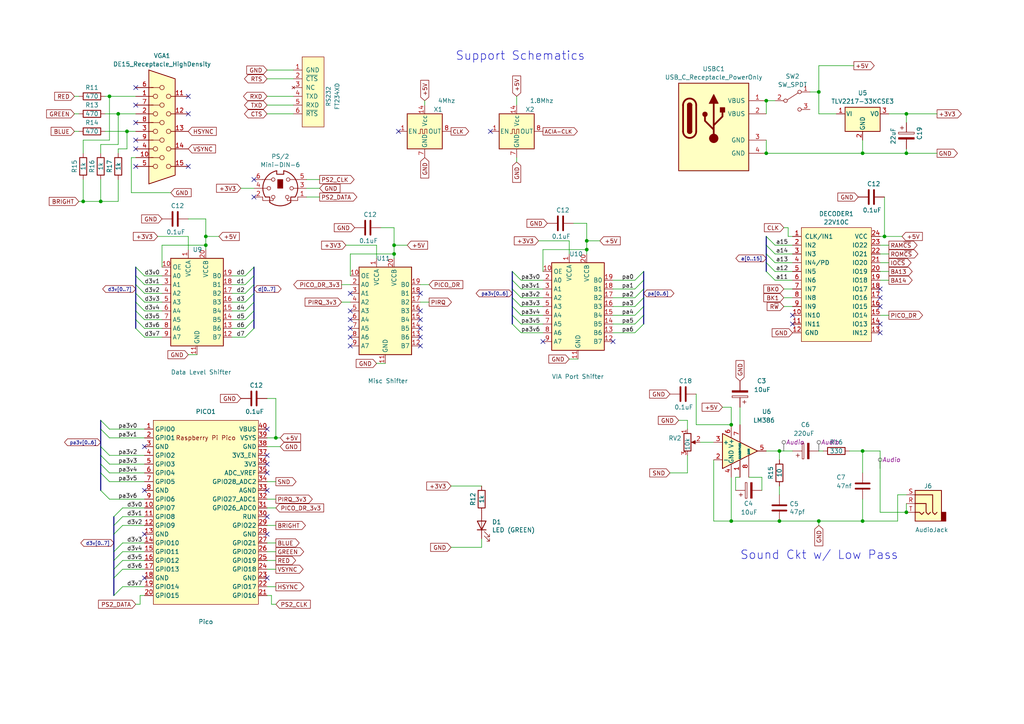
<source format=kicad_sch>
(kicad_sch (version 20230121) (generator eeschema)
  (paper "A4")
  (title_block (title "JJ65c02 Hobby Breadboard Computer") (comment 3 "Author: Jim Jagielski") (comment 4 "Support Circuits"))
  (junction (at 262.89 33.02))
  (junction (at 222.25 29.21))
  (junction (at 212.09 123.19))
  (junction (at 114.3 71.12))
  (junction (at 170.18 72.39))
  (junction (at 31.75 27.94))
  (junction (at 250.19 44.45))
  (junction (at 24.13 58.42))
  (junction (at 237.49 151.13))
  (junction (at 262.89 44.45))
  (junction (at 250.19 130.81))
  (junction (at 226.06 130.81))
  (junction (at 36.83 38.1))
  (junction (at 250.19 151.13))
  (junction (at 29.21 58.42))
  (junction (at 59.69 68.58))
  (junction (at 80.01 127))
  (junction (at 114.3 73.66))
  (junction (at 237.49 26.67))
  (junction (at 222.25 44.45))
  (junction (at 256.54 68.58))
  (junction (at 212.09 151.13))
  (junction (at 226.06 151.13))
  (junction (at 34.29 33.02))
  (junction (at 170.18 69.85))
  (junction (at 262.89 148.59))
  (junction (at 59.69 71.12))
  (no_connect (at 121.92 100.33))
  (no_connect (at 39.37 30.48))
  (no_connect (at 101.6 100.33))
  (no_connect (at 73.66 57.15))
  (no_connect (at 77.47 149.86))
  (no_connect (at 255.27 93.98))
  (no_connect (at 54.61 27.94))
  (no_connect (at 101.6 95.25))
  (no_connect (at 39.37 48.26))
  (no_connect (at 255.27 88.9))
  (no_connect (at 77.47 124.46))
  (no_connect (at 54.61 33.02))
  (no_connect (at 115.57 38.1))
  (no_connect (at 39.37 43.18))
  (no_connect (at 121.92 97.79))
  (no_connect (at 121.92 85.09))
  (no_connect (at 77.47 167.64))
  (no_connect (at 77.47 134.62))
  (no_connect (at 255.27 86.36))
  (no_connect (at 142.24 38.1))
  (no_connect (at 41.91 129.54))
  (no_connect (at 101.6 97.79))
  (no_connect (at 39.37 40.64))
  (no_connect (at 229.87 91.44))
  (no_connect (at 77.47 154.94))
  (no_connect (at 41.91 142.24))
  (no_connect (at 39.37 25.4))
  (no_connect (at 41.91 167.64))
  (no_connect (at 77.47 137.16))
  (no_connect (at 54.61 48.26))
  (no_connect (at 77.47 142.24))
  (no_connect (at 41.91 154.94))
  (no_connect (at 101.6 85.09))
  (no_connect (at 255.27 96.52))
  (no_connect (at 101.6 92.71))
  (no_connect (at 121.92 92.71))
  (no_connect (at 73.66 52.07))
  (no_connect (at 77.47 132.08))
  (no_connect (at 101.6 90.17))
  (no_connect (at 229.87 93.98))
  (no_connect (at 157.48 99.06))
  (no_connect (at 255.27 83.82))
  (no_connect (at 121.92 95.25))
  (no_connect (at 177.8 99.06))
  (no_connect (at 39.37 35.56))
  (no_connect (at 121.92 90.17))
  (bus_entry (at 29.21 134.62) (size 2.54 2.54))
  (bus_entry (at 73.66 82.55) (size -2.54 2.54))
  (bus_entry (at 29.21 129.54) (size 2.54 2.54))
  (bus_entry (at 35.56 165.1) (size -2.54 2.54))
  (bus_entry (at 186.69 83.82) (size -2.54 2.54))
  (bus_entry (at 73.66 77.47) (size -2.54 2.54))
  (bus_entry (at 29.21 137.16) (size 2.54 2.54))
  (bus_entry (at 35.56 152.4) (size -2.54 2.54))
  (bus_entry (at 29.21 121.92) (size 2.54 2.54))
  (bus_entry (at 39.37 95.25) (size 2.54 2.54))
  (bus_entry (at 29.21 132.08) (size 2.54 2.54))
  (bus_entry (at 222.25 71.12) (size 2.54 2.54))
  (bus_entry (at 73.66 80.01) (size -2.54 2.54))
  (bus_entry (at 148.59 93.98) (size 2.54 2.54))
  (bus_entry (at 186.69 78.74) (size -2.54 2.54))
  (bus_entry (at 222.25 73.66) (size 2.54 2.54))
  (bus_entry (at 35.56 170.18) (size -2.54 2.54))
  (bus_entry (at 73.66 90.17) (size -2.54 2.54))
  (bus_entry (at 39.37 77.47) (size 2.54 2.54))
  (bus_entry (at 148.59 91.44) (size 2.54 2.54))
  (bus_entry (at 73.66 95.25) (size -2.54 2.54))
  (bus_entry (at 35.56 157.48) (size -2.54 2.54))
  (bus_entry (at 35.56 149.86) (size -2.54 2.54))
  (bus_entry (at 39.37 87.63) (size 2.54 2.54))
  (bus_entry (at 39.37 82.55) (size 2.54 2.54))
  (bus_entry (at 186.69 93.98) (size -2.54 2.54))
  (bus_entry (at 29.21 142.24) (size 2.54 2.54))
  (bus_entry (at 29.21 124.46) (size 2.54 2.54))
  (bus_entry (at 222.25 76.2) (size 2.54 2.54))
  (bus_entry (at 148.59 88.9) (size 2.54 2.54))
  (bus_entry (at 148.59 83.82) (size 2.54 2.54))
  (bus_entry (at 186.69 91.44) (size -2.54 2.54))
  (bus_entry (at 35.56 147.32) (size -2.54 2.54))
  (bus_entry (at 222.25 78.74) (size 2.54 2.54))
  (bus_entry (at 35.56 160.02) (size -2.54 2.54))
  (bus_entry (at 186.69 88.9) (size -2.54 2.54))
  (bus_entry (at 73.66 85.09) (size -2.54 2.54))
  (bus_entry (at 73.66 92.71) (size -2.54 2.54))
  (bus_entry (at 39.37 92.71) (size 2.54 2.54))
  (bus_entry (at 186.69 86.36) (size -2.54 2.54))
  (bus_entry (at 148.59 86.36) (size 2.54 2.54))
  (bus_entry (at 73.66 87.63) (size -2.54 2.54))
  (bus_entry (at 39.37 90.17) (size 2.54 2.54))
  (bus_entry (at 35.56 162.56) (size -2.54 2.54))
  (bus_entry (at 222.25 68.58) (size 2.54 2.54))
  (bus_entry (at 148.59 78.74) (size 2.54 2.54))
  (bus_entry (at 186.69 81.28) (size -2.54 2.54))
  (bus_entry (at 148.59 81.28) (size 2.54 2.54))
  (bus_entry (at 39.37 85.09) (size 2.54 2.54))
  (bus_entry (at 39.37 80.01) (size 2.54 2.54))
  (wire (pts (xy 201.93 123.19) (xy 201.93 114.3)))
  (bus (pts (xy 39.37 92.71) (xy 39.37 95.25)))
  (wire (pts (xy 31.75 134.62) (xy 41.91 134.62)))
  (wire (pts (xy 59.69 68.58) (xy 59.69 71.12)))
  (bus (pts (xy 33.02 162.56) (xy 33.02 165.1)))
  (bus (pts (xy 186.69 78.74) (xy 186.69 81.28)))
  (wire (pts (xy 31.75 132.08) (xy 41.91 132.08)))
  (wire (pts (xy 121.92 82.55) (xy 124.46 82.55)))
  (wire (pts (xy 222.25 29.21) (xy 222.25 33.02)))
  (bus (pts (xy 148.59 88.9) (xy 148.59 91.44)))
  (wire (pts (xy 38.1 55.88) (xy 38.1 45.72)))
  (wire (pts (xy 209.55 118.11) (xy 212.09 118.11)))
  (wire (pts (xy 46.99 95.25) (xy 41.91 95.25)))
  (bus (pts (xy 39.37 80.01) (xy 39.37 82.55)))
  (wire (pts (xy 114.3 71.12) (xy 118.11 71.12)))
  (wire (pts (xy 237.49 26.67) (xy 237.49 33.02)))
  (bus (pts (xy 73.66 77.47) (xy 73.66 80.01)))
  (wire (pts (xy 80.01 127) (xy 81.28 127)))
  (wire (pts (xy 177.8 88.9) (xy 184.15 88.9)))
  (wire (pts (xy 71.12 95.25) (xy 67.31 95.25)))
  (wire (pts (xy 31.75 127) (xy 41.91 127)))
  (wire (pts (xy 228.6 66.04) (xy 228.6 68.58)))
  (wire (pts (xy 170.18 72.39) (xy 170.18 73.66)))
  (wire (pts (xy 39.37 175.26) (xy 40.64 175.26)))
  (wire (pts (xy 262.89 33.02) (xy 262.89 35.56)))
  (wire (pts (xy 21.59 33.02) (xy 22.86 33.02)))
  (bus (pts (xy 29.21 129.54) (xy 29.21 132.08)))
  (wire (pts (xy 34.29 43.18) (xy 36.83 43.18)))
  (wire (pts (xy 114.3 66.04) (xy 114.3 71.12)))
  (wire (pts (xy 63.5 68.58) (xy 59.69 68.58)))
  (wire (pts (xy 34.29 44.45) (xy 34.29 43.18)))
  (wire (pts (xy 262.89 44.45) (xy 250.19 44.45)))
  (wire (pts (xy 46.99 85.09) (xy 41.91 85.09)))
  (bus (pts (xy 39.37 87.63) (xy 39.37 90.17)))
  (bus (pts (xy 73.66 80.01) (xy 73.66 82.55)))
  (wire (pts (xy 130.81 158.75) (xy 139.7 158.75)))
  (wire (pts (xy 213.36 138.43) (xy 213.36 142.24)))
  (bus (pts (xy 33.02 149.86) (xy 33.02 152.4)))
  (bus (pts (xy 33.02 167.64) (xy 33.02 172.72)))
  (wire (pts (xy 54.61 102.87) (xy 57.15 102.87)))
  (wire (pts (xy 227.33 88.9) (xy 229.87 88.9)))
  (wire (pts (xy 35.56 157.48) (xy 41.91 157.48)))
  (bus (pts (xy 222.25 73.66) (xy 222.25 76.2)))
  (wire (pts (xy 199.39 121.92) (xy 199.39 124.46)))
  (wire (pts (xy 214.63 118.11) (xy 214.63 123.19)))
  (wire (pts (xy 237.49 152.4) (xy 237.49 151.13)))
  (wire (pts (xy 78.74 175.26) (xy 80.01 175.26)))
  (wire (pts (xy 255.27 71.12) (xy 257.81 71.12)))
  (wire (pts (xy 177.8 91.44) (xy 184.15 91.44)))
  (wire (pts (xy 114.3 71.12) (xy 114.3 73.66)))
  (wire (pts (xy 256.54 68.58) (xy 255.27 68.58)))
  (wire (pts (xy 35.56 152.4) (xy 41.91 152.4)))
  (wire (pts (xy 177.8 83.82) (xy 184.15 83.82)))
  (bus (pts (xy 148.59 83.82) (xy 148.59 86.36)))
  (wire (pts (xy 177.8 86.36) (xy 184.15 86.36)))
  (wire (pts (xy 224.79 71.12) (xy 229.87 71.12)))
  (wire (pts (xy 29.21 44.45) (xy 29.21 41.91)))
  (wire (pts (xy 271.78 44.45) (xy 262.89 44.45)))
  (wire (pts (xy 77.47 115.57) (xy 80.01 115.57)))
  (wire (pts (xy 177.8 81.28) (xy 184.15 81.28)))
  (wire (pts (xy 46.99 77.47) (xy 46.99 71.12)))
  (wire (pts (xy 222.25 44.45) (xy 250.19 44.45)))
  (wire (pts (xy 151.13 88.9) (xy 157.48 88.9)))
  (wire (pts (xy 114.3 73.66) (xy 114.3 74.93)))
  (wire (pts (xy 234.95 26.67) (xy 237.49 26.67)))
  (wire (pts (xy 151.13 86.36) (xy 157.48 86.36)))
  (wire (pts (xy 31.75 144.78) (xy 41.91 144.78)))
  (wire (pts (xy 46.99 71.12) (xy 59.69 71.12)))
  (wire (pts (xy 109.22 74.93) (xy 109.22 71.12)))
  (wire (pts (xy 149.86 45.72) (xy 149.86 46.99)))
  (bus (pts (xy 29.21 121.92) (xy 29.21 124.46)))
  (bus (pts (xy 73.66 82.55) (xy 73.66 85.09)))
  (wire (pts (xy 46.99 92.71) (xy 41.91 92.71)))
  (wire (pts (xy 246.38 130.81) (xy 250.19 130.81)))
  (wire (pts (xy 237.49 130.81) (xy 238.76 130.81)))
  (wire (pts (xy 257.81 33.02) (xy 262.89 33.02)))
  (wire (pts (xy 255.27 78.74) (xy 257.81 78.74)))
  (wire (pts (xy 77.47 160.02) (xy 80.01 160.02)))
  (wire (pts (xy 30.48 38.1) (xy 36.83 38.1)))
  (wire (pts (xy 149.86 27.94) (xy 149.86 30.48)))
  (wire (pts (xy 250.19 144.78) (xy 250.19 151.13)))
  (wire (pts (xy 71.12 90.17) (xy 67.31 90.17)))
  (wire (pts (xy 207.01 151.13) (xy 207.01 133.35)))
  (wire (pts (xy 151.13 91.44) (xy 157.48 91.44)))
  (bus (pts (xy 29.21 134.62) (xy 29.21 137.16)))
  (bus (pts (xy 148.59 91.44) (xy 148.59 93.98)))
  (wire (pts (xy 38.1 45.72) (xy 39.37 45.72)))
  (wire (pts (xy 224.79 73.66) (xy 229.87 73.66)))
  (wire (pts (xy 226.06 133.35) (xy 226.06 130.81)))
  (wire (pts (xy 262.89 143.51) (xy 260.35 143.51)))
  (wire (pts (xy 31.75 27.94) (xy 30.48 27.94)))
  (wire (pts (xy 250.19 40.64) (xy 250.19 44.45)))
  (wire (pts (xy 262.89 43.18) (xy 262.89 44.45)))
  (wire (pts (xy 46.99 82.55) (xy 41.91 82.55)))
  (wire (pts (xy 99.06 82.55) (xy 101.6 82.55)))
  (wire (pts (xy 77.47 127) (xy 80.01 127)))
  (wire (pts (xy 77.47 165.1) (xy 80.01 165.1)))
  (wire (pts (xy 31.75 40.64) (xy 31.75 27.94)))
  (wire (pts (xy 54.61 63.5) (xy 59.69 63.5)))
  (wire (pts (xy 35.56 162.56) (xy 41.91 162.56)))
  (wire (pts (xy 34.29 58.42) (xy 29.21 58.42)))
  (wire (pts (xy 77.47 144.78) (xy 80.01 144.78)))
  (wire (pts (xy 151.13 96.52) (xy 157.48 96.52)))
  (wire (pts (xy 54.61 72.39) (xy 54.61 68.58)))
  (wire (pts (xy 224.79 76.2) (xy 229.87 76.2)))
  (wire (pts (xy 237.49 151.13) (xy 250.19 151.13)))
  (bus (pts (xy 39.37 77.47) (xy 39.37 80.01)))
  (wire (pts (xy 77.47 157.48) (xy 80.01 157.48)))
  (wire (pts (xy 77.47 129.54) (xy 81.28 129.54)))
  (bus (pts (xy 222.25 71.12) (xy 222.25 73.66)))
  (wire (pts (xy 226.06 151.13) (xy 237.49 151.13)))
  (wire (pts (xy 22.86 58.42) (xy 24.13 58.42)))
  (bus (pts (xy 29.21 132.08) (xy 29.21 134.62)))
  (wire (pts (xy 29.21 41.91) (xy 34.29 41.91)))
  (wire (pts (xy 35.56 149.86) (xy 41.91 149.86)))
  (wire (pts (xy 151.13 93.98) (xy 157.48 93.98)))
  (bus (pts (xy 33.02 152.4) (xy 33.02 154.94)))
  (wire (pts (xy 24.13 44.45) (xy 24.13 40.64)))
  (wire (pts (xy 262.89 148.59) (xy 255.27 148.59)))
  (bus (pts (xy 29.21 137.16) (xy 29.21 142.24)))
  (bus (pts (xy 186.69 81.28) (xy 186.69 83.82)))
  (wire (pts (xy 226.06 151.13) (xy 212.09 151.13)))
  (wire (pts (xy 101.6 73.66) (xy 114.3 73.66)))
  (wire (pts (xy 35.56 170.18) (xy 41.91 170.18)))
  (bus (pts (xy 29.21 124.46) (xy 29.21 129.54)))
  (wire (pts (xy 35.56 160.02) (xy 41.91 160.02)))
  (wire (pts (xy 34.29 52.07) (xy 34.29 58.42)))
  (wire (pts (xy 59.69 71.12) (xy 59.69 72.39)))
  (wire (pts (xy 110.49 66.04) (xy 114.3 66.04)))
  (wire (pts (xy 29.21 52.07) (xy 29.21 58.42)))
  (wire (pts (xy 151.13 81.28) (xy 157.48 81.28)))
  (wire (pts (xy 101.6 80.01) (xy 101.6 73.66)))
  (bus (pts (xy 186.69 86.36) (xy 186.69 88.9)))
  (bus (pts (xy 73.66 87.63) (xy 73.66 90.17)))
  (wire (pts (xy 71.12 87.63) (xy 67.31 87.63)))
  (wire (pts (xy 36.83 43.18) (xy 36.83 38.1)))
  (bus (pts (xy 33.02 160.02) (xy 33.02 162.56)))
  (wire (pts (xy 130.81 140.97) (xy 139.7 140.97)))
  (wire (pts (xy 67.31 92.71) (xy 71.12 92.71)))
  (wire (pts (xy 77.47 20.32) (xy 85.09 20.32)))
  (wire (pts (xy 77.47 33.02) (xy 85.09 33.02)))
  (bus (pts (xy 222.25 68.58) (xy 222.25 71.12)))
  (wire (pts (xy 227.33 83.82) (xy 229.87 83.82)))
  (wire (pts (xy 255.27 91.44) (xy 257.81 91.44)))
  (wire (pts (xy 177.8 96.52) (xy 184.15 96.52)))
  (wire (pts (xy 170.18 64.77) (xy 170.18 69.85)))
  (wire (pts (xy 222.25 40.64) (xy 222.25 44.45)))
  (wire (pts (xy 40.64 172.72) (xy 40.64 175.26)))
  (wire (pts (xy 34.29 33.02) (xy 39.37 33.02)))
  (wire (pts (xy 222.25 29.21) (xy 224.79 29.21)))
  (wire (pts (xy 139.7 158.75) (xy 139.7 156.21)))
  (wire (pts (xy 36.83 38.1) (xy 39.37 38.1)))
  (wire (pts (xy 157.48 78.74) (xy 157.48 72.39)))
  (wire (pts (xy 41.91 172.72) (xy 40.64 172.72)))
  (wire (pts (xy 237.49 19.05) (xy 247.65 19.05)))
  (wire (pts (xy 212.09 138.43) (xy 212.09 151.13)))
  (wire (pts (xy 227.33 66.04) (xy 228.6 66.04)))
  (wire (pts (xy 260.35 143.51) (xy 260.35 151.13)))
  (wire (pts (xy 260.35 151.13) (xy 250.19 151.13)))
  (wire (pts (xy 46.99 97.79) (xy 41.91 97.79)))
  (bus (pts (xy 148.59 78.74) (xy 148.59 81.28)))
  (wire (pts (xy 34.29 33.02) (xy 34.29 41.91)))
  (wire (pts (xy 250.19 137.16) (xy 250.19 130.81)))
  (wire (pts (xy 224.79 78.74) (xy 229.87 78.74)))
  (wire (pts (xy 45.72 68.58) (xy 54.61 68.58)))
  (wire (pts (xy 237.49 33.02) (xy 242.57 33.02)))
  (wire (pts (xy 21.59 38.1) (xy 22.86 38.1)))
  (wire (pts (xy 123.19 29.21) (xy 123.19 30.48)))
  (wire (pts (xy 77.47 139.7) (xy 80.01 139.7)))
  (wire (pts (xy 30.48 33.02) (xy 34.29 33.02)))
  (bus (pts (xy 148.59 81.28) (xy 148.59 83.82)))
  (wire (pts (xy 77.47 22.86) (xy 85.09 22.86)))
  (wire (pts (xy 151.13 83.82) (xy 157.48 83.82)))
  (wire (pts (xy 212.09 118.11) (xy 212.09 123.19)))
  (wire (pts (xy 165.1 73.66) (xy 165.1 69.85)))
  (wire (pts (xy 46.99 80.01) (xy 41.91 80.01)))
  (wire (pts (xy 199.39 132.08) (xy 199.39 137.16)))
  (wire (pts (xy 77.47 162.56) (xy 80.01 162.56)))
  (wire (pts (xy 165.1 104.14) (xy 167.64 104.14)))
  (wire (pts (xy 77.47 147.32) (xy 80.01 147.32)))
  (wire (pts (xy 255.27 73.66) (xy 257.81 73.66)))
  (wire (pts (xy 24.13 58.42) (xy 24.13 52.07)))
  (wire (pts (xy 262.89 33.02) (xy 271.78 33.02)))
  (wire (pts (xy 194.31 137.16) (xy 199.39 137.16)))
  (wire (pts (xy 157.48 72.39) (xy 170.18 72.39)))
  (bus (pts (xy 222.25 76.2) (xy 222.25 78.74)))
  (bus (pts (xy 73.66 92.71) (xy 73.66 95.25)))
  (wire (pts (xy 255.27 130.81) (xy 255.27 148.59)))
  (wire (pts (xy 77.47 170.18) (xy 80.01 170.18)))
  (wire (pts (xy 80.01 115.57) (xy 80.01 127)))
  (bus (pts (xy 39.37 85.09) (xy 39.37 87.63)))
  (wire (pts (xy 99.06 87.63) (xy 101.6 87.63)))
  (wire (pts (xy 256.54 57.15) (xy 256.54 68.58)))
  (wire (pts (xy 173.99 69.85) (xy 170.18 69.85)))
  (wire (pts (xy 262.89 146.05) (xy 262.89 148.59)))
  (wire (pts (xy 24.13 40.64) (xy 31.75 40.64)))
  (wire (pts (xy 77.47 152.4) (xy 80.01 152.4)))
  (bus (pts (xy 33.02 154.94) (xy 33.02 160.02)))
  (wire (pts (xy 212.09 151.13) (xy 207.01 151.13)))
  (wire (pts (xy 217.17 138.43) (xy 220.98 138.43)))
  (wire (pts (xy 59.69 63.5) (xy 59.69 68.58)))
  (wire (pts (xy 71.12 85.09) (xy 67.31 85.09)))
  (wire (pts (xy 100.33 71.12) (xy 109.22 71.12)))
  (wire (pts (xy 46.99 87.63) (xy 41.91 87.63)))
  (wire (pts (xy 69.85 54.61) (xy 73.66 54.61)))
  (wire (pts (xy 203.2 128.27) (xy 207.01 128.27)))
  (wire (pts (xy 222.25 130.81) (xy 226.06 130.81)))
  (wire (pts (xy 31.75 139.7) (xy 41.91 139.7)))
  (wire (pts (xy 77.47 172.72) (xy 78.74 172.72)))
  (wire (pts (xy 261.62 68.58) (xy 256.54 68.58)))
  (wire (pts (xy 31.75 27.94) (xy 39.37 27.94)))
  (wire (pts (xy 21.59 27.94) (xy 22.86 27.94)))
  (wire (pts (xy 46.99 90.17) (xy 41.91 90.17)))
  (wire (pts (xy 255.27 76.2) (xy 257.81 76.2)))
  (wire (pts (xy 35.56 165.1) (xy 41.91 165.1)))
  (wire (pts (xy 109.22 105.41) (xy 111.76 105.41)))
  (wire (pts (xy 31.75 124.46) (xy 41.91 124.46)))
  (wire (pts (xy 177.8 93.98) (xy 184.15 93.98)))
  (wire (pts (xy 212.09 123.19) (xy 201.93 123.19)))
  (bus (pts (xy 39.37 90.17) (xy 39.37 92.71)))
  (bus (pts (xy 73.66 85.09) (xy 73.66 87.63)))
  (bus (pts (xy 186.69 88.9) (xy 186.69 91.44)))
  (wire (pts (xy 71.12 80.01) (xy 67.31 80.01)))
  (bus (pts (xy 186.69 91.44) (xy 186.69 93.98)))
  (bus (pts (xy 33.02 165.1) (xy 33.02 167.64)))
  (wire (pts (xy 226.06 130.81) (xy 229.87 130.81)))
  (wire (pts (xy 35.56 147.32) (xy 41.91 147.32)))
  (wire (pts (xy 77.47 27.94) (xy 85.09 27.94)))
  (wire (pts (xy 255.27 81.28) (xy 257.81 81.28)))
  (wire (pts (xy 213.36 138.43) (xy 214.63 138.43)))
  (wire (pts (xy 31.75 137.16) (xy 41.91 137.16)))
  (wire (pts (xy 88.9 54.61) (xy 92.71 54.61)))
  (wire (pts (xy 237.49 19.05) (xy 237.49 26.67)))
  (wire (pts (xy 29.21 58.42) (xy 24.13 58.42)))
  (wire (pts (xy 227.33 86.36) (xy 229.87 86.36)))
  (wire (pts (xy 224.79 81.28) (xy 229.87 81.28)))
  (wire (pts (xy 121.92 87.63) (xy 124.46 87.63)))
  (wire (pts (xy 156.21 69.85) (xy 165.1 69.85)))
  (wire (pts (xy 250.19 130.81) (xy 255.27 130.81)))
  (wire (pts (xy 71.12 97.79) (xy 67.31 97.79)))
  (wire (pts (xy 77.47 30.48) (xy 85.09 30.48)))
  (wire (pts (xy 226.06 140.97) (xy 226.06 143.51)))
  (wire (pts (xy 220.98 138.43) (xy 220.98 142.24)))
  (bus (pts (xy 39.37 82.55) (xy 39.37 85.09)))
  (wire (pts (xy 71.12 82.55) (xy 67.31 82.55)))
  (wire (pts (xy 88.9 57.15) (xy 92.71 57.15)))
  (wire (pts (xy 49.53 55.88) (xy 38.1 55.88)))
  (wire (pts (xy 170.18 69.85) (xy 170.18 72.39)))
  (wire (pts (xy 78.74 172.72) (xy 78.74 175.26)))
  (wire (pts (xy 228.6 68.58) (xy 229.87 68.58)))
  (wire (pts (xy 199.39 121.92) (xy 196.85 121.92)))
  (wire (pts (xy 166.37 64.77) (xy 170.18 64.77)))
  (bus (pts (xy 186.69 83.82) (xy 186.69 86.36)))
  (wire (pts (xy 88.9 52.07) (xy 92.71 52.07)))
  (bus (pts (xy 73.66 90.17) (xy 73.66 92.71)))
  (bus (pts (xy 148.59 86.36) (xy 148.59 88.9)))
  (text "Support Schematics" (at 132.08 17.78 0) (effects (font (size 2.4892 2.4892)) (justify left bottom)))
  (text "Sound Ckt w/ Low Pass" (at 214.63 162.56 0) (effects (font (size 2.4892 2.4892)) (justify left bottom)))
  (label "d3v1" (at 41.91 82.55 0) (effects (font (size 1.1938 1.1938))))
  (label "a11" (at 228.6 81.28 180) (effects (font (size 1.1938 1.1938))))
  (label "pa3v0" (at 34.29 124.46 0) (effects (font (size 1.1938 1.1938))))
  (label "d6" (at 68.58 95.25 0) (effects (font (size 1.1938 1.1938))))
  (label "pa3v5" (at 151.13 93.98 0) (effects (font (size 1.1938 1.1938))))
  (label "pa6" (at 180.34 96.52 0) (effects (font (size 1.1938 1.1938))))
  (label "d3v5" (at 41.91 92.71 0) (effects (font (size 1.1938 1.1938))))
  (label "pa3v6" (at 34.29 144.78 0) (effects (font (size 1.1938 1.1938))))
  (label "a14" (at 228.6 73.66 180) (effects (font (size 1.1938 1.1938))))
  (label "pa3v3" (at 151.13 88.9 0) (effects (font (size 1.1938 1.1938))))
  (label "d3v3" (at 36.83 157.48 0) (effects (font (size 1.1938 1.1938))))
  (label "d4" (at 68.58 90.17 0) (effects (font (size 1.1938 1.1938))))
  (label "d3v3" (at 41.91 87.63 0) (effects (font (size 1.1938 1.1938))))
  (label "a12" (at 228.6 78.74 180) (effects (font (size 1.1938 1.1938))))
  (label "a13" (at 228.6 76.2 180) (effects (font (size 1.1938 1.1938))))
  (label "pa3v2" (at 34.29 132.08 0) (effects (font (size 1.1938 1.1938))))
  (label "pa4" (at 180.34 91.44 0) (effects (font (size 1.1938 1.1938))))
  (label "pa2" (at 180.34 86.36 0) (effects (font (size 1.1938 1.1938))))
  (label "d3v7" (at 36.83 170.18 0) (effects (font (size 1.1938 1.1938))))
  (label "d3v6" (at 41.91 95.25 0) (effects (font (size 1.1938 1.1938))))
  (label "d3v2" (at 36.83 152.4 0) (effects (font (size 1.1938 1.1938))))
  (label "d3v7" (at 41.91 97.79 0) (effects (font (size 1.1938 1.1938))))
  (label "pa3" (at 180.34 88.9 0) (effects (font (size 1.1938 1.1938))))
  (label "pa3v1" (at 34.29 127 0) (effects (font (size 1.1938 1.1938))))
  (label "pa3v4" (at 34.29 137.16 0) (effects (font (size 1.1938 1.1938))))
  (label "d3v5" (at 36.83 162.56 0) (effects (font (size 1.1938 1.1938))))
  (label "d1" (at 68.58 82.55 0) (effects (font (size 1.1938 1.1938))))
  (label "d3v0" (at 41.91 80.01 0) (effects (font (size 1.1938 1.1938))))
  (label "pa3v0" (at 151.13 81.28 0) (effects (font (size 1.1938 1.1938))))
  (label "d3v1" (at 36.83 149.86 0) (effects (font (size 1.1938 1.1938))))
  (label "pa3v2" (at 151.13 86.36 0) (effects (font (size 1.1938 1.1938))))
  (label "a15" (at 228.6 71.12 180) (effects (font (size 1.1938 1.1938))))
  (label "pa3v1" (at 151.13 83.82 0) (effects (font (size 1.1938 1.1938))))
  (label "pa1" (at 180.34 83.82 0) (effects (font (size 1.1938 1.1938))))
  (label "d2" (at 68.58 85.09 0) (effects (font (size 1.1938 1.1938))))
  (label "d3v4" (at 36.83 160.02 0) (effects (font (size 1.1938 1.1938))))
  (label "d3v4" (at 41.91 90.17 0) (effects (font (size 1.1938 1.1938))))
  (label "d3v2" (at 41.91 85.09 0) (effects (font (size 1.1938 1.1938))))
  (label "pa0" (at 180.34 81.28 0) (effects (font (size 1.1938 1.1938))))
  (label "pa3v3" (at 34.29 134.62 0) (effects (font (size 1.1938 1.1938))))
  (label "d7" (at 68.58 97.79 0) (effects (font (size 1.1938 1.1938))))
  (label "pa5" (at 180.34 93.98 0) (effects (font (size 1.1938 1.1938))))
  (label "d3" (at 68.58 87.63 0) (effects (font (size 1.1938 1.1938))))
  (label "pa3v5" (at 34.29 139.7 0) (effects (font (size 1.1938 1.1938))))
  (label "d5" (at 68.58 92.71 0) (effects (font (size 1.1938 1.1938))))
  (label "pa3v4" (at 151.13 91.44 0) (effects (font (size 1.1938 1.1938))))
  (label "d3v6" (at 36.83 165.1 0) (effects (font (size 1.1938 1.1938))))
  (label "pa3v6" (at 151.13 96.52 0) (effects (font (size 1.1938 1.1938))))
  (label "d0" (at 68.58 80.01 0) (effects (font (size 1.1938 1.1938))))
  (label "d3v0" (at 36.83 147.32 0) (effects (font (size 1.1938 1.1938))))
  (global_label "VSYNC" (shape input) (at 54.61 43.18 0) (effects (font (size 1.1938 1.1938))) (property "Intersheetrefs" "${INTERSHEET_REFS}" (effects hide)))
  (global_label "d3v[0..7]" (shape bidirectional) (at 39.37 83.82 180) (effects (font (size 1 1))) (property "Intersheetrefs" "${INTERSHEET_REFS}" (effects hide)))
  (global_label "HSYNC" (shape input) (at 54.61 38.1 0) (effects (font (size 1.1938 1.1938))) (property "Intersheetrefs" "${INTERSHEET_REFS}" (effects hide)))
  (global_label "BA14" (shape output) (at 257.81 81.28 0) (effects (font (size 1.1938 1.1938))) (property "Intersheetrefs" "${INTERSHEET_REFS}" (effects hide)))
  (global_label "GND" (shape input) (at 54.61 102.87 180) (effects (font (size 1.1938 1.1938))) (property "Intersheetrefs" "${INTERSHEET_REFS}" (effects hide)))
  (global_label "CLK" (shape input) (at 227.33 66.04 180) (effects (font (size 1.1938 1.1938))) (property "Intersheetrefs" "${INTERSHEET_REFS}" (effects hide)))
  (global_label "HSYNC" (shape output) (at 80.01 170.18 0) (effects (font (size 1.1938 1.1938))) (property "Intersheetrefs" "${INTERSHEET_REFS}" (effects hide)))
  (global_label "+5V" (shape input) (at 123.19 29.21 90) (effects (font (size 1.1938 1.1938))) (property "Intersheetrefs" "${INTERSHEET_REFS}" (effects hide)))
  (global_label "SND" (shape input) (at 194.31 137.16 180) (effects (font (size 1.1938 1.1938))) (property "Intersheetrefs" "${INTERSHEET_REFS}" (effects hide)))
  (global_label "d3v[0..7]" (shape bidirectional) (at 33.02 157.48 180) (effects (font (size 1 1))) (property "Intersheetrefs" "${INTERSHEET_REFS}" (effects hide)))
  (global_label "RAM~{CS}" (shape output) (at 257.81 71.12 0) (effects (font (size 1.1938 1.1938))) (property "Intersheetrefs" "${INTERSHEET_REFS}" (effects hide)))
  (global_label "GND" (shape output) (at 271.78 44.45 0) (effects (font (size 1.1938 1.1938))) (property "Intersheetrefs" "${INTERSHEET_REFS}" (effects hide)))
  (global_label "GND" (shape input) (at 123.19 45.72 270) (effects (font (size 1.1938 1.1938))) (property "Intersheetrefs" "${INTERSHEET_REFS}" (effects hide)))
  (global_label "PS2_DATA" (shape input) (at 39.37 175.26 180) (effects (font (size 1.1938 1.1938))) (property "Intersheetrefs" "${INTERSHEET_REFS}" (effects hide)))
  (global_label "GND" (shape input) (at 158.75 64.77 180) (effects (font (size 1.1938 1.1938))) (property "Intersheetrefs" "${INTERSHEET_REFS}" (effects hide)))
  (global_label "GREEN" (shape output) (at 80.01 160.02 0) (effects (font (size 1.1938 1.1938))) (property "Intersheetrefs" "${INTERSHEET_REFS}" (effects hide)))
  (global_label "BK0" (shape input) (at 227.33 83.82 180) (effects (font (size 1.1938 1.1938))) (property "Intersheetrefs" "${INTERSHEET_REFS}" (effects hide)))
  (global_label "GND" (shape input) (at 237.49 152.4 270) (effects (font (size 1.1938 1.1938))) (property "Intersheetrefs" "${INTERSHEET_REFS}" (effects hide)))
  (global_label "GND" (shape input) (at 46.99 63.5 180) (effects (font (size 1.1938 1.1938))) (property "Intersheetrefs" "${INTERSHEET_REFS}" (effects hide)))
  (global_label "ACIA-CLK" (shape output) (at 157.48 38.1 0) (effects (font (size 1.0922 1.0922))) (property "Intersheetrefs" "${INTERSHEET_REFS}" (effects hide)))
  (global_label "+5V" (shape input) (at 209.55 118.11 180) (effects (font (size 1.1938 1.1938))) (property "Intersheetrefs" "${INTERSHEET_REFS}" (effects hide)))
  (global_label "GND" (shape input) (at 196.85 121.92 180) (effects (font (size 1.1938 1.1938))) (property "Intersheetrefs" "${INTERSHEET_REFS}" (effects hide)))
  (global_label "CLK" (shape output) (at 130.81 38.1 0) (effects (font (size 1.0922 1.0922))) (property "Intersheetrefs" "${INTERSHEET_REFS}" (effects hide)))
  (global_label "GND" (shape input) (at 194.31 114.3 180) (effects (font (size 1.1938 1.1938))) (property "Intersheetrefs" "${INTERSHEET_REFS}" (effects hide)))
  (global_label "+5V" (shape output) (at 247.65 19.05 0) (effects (font (size 1.1938 1.1938))) (property "Intersheetrefs" "${INTERSHEET_REFS}" (effects hide)))
  (global_label "BRIGHT" (shape output) (at 80.01 152.4 0) (effects (font (size 1.1938 1.1938))) (property "Intersheetrefs" "${INTERSHEET_REFS}" (effects hide)))
  (global_label "IO~{CS}" (shape output) (at 257.81 76.2 0) (effects (font (size 1.1938 1.1938))) (property "Intersheetrefs" "${INTERSHEET_REFS}" (effects hide)))
  (global_label "GND" (shape input) (at 214.63 110.49 90) (effects (font (size 1.1938 1.1938))) (property "Intersheetrefs" "${INTERSHEET_REFS}" (effects hide)))
  (global_label "PICO_DR_3v3" (shape input) (at 80.01 147.32 0) (effects (font (size 1.1938 1.1938))) (property "Intersheetrefs" "${INTERSHEET_REFS}" (effects hide)))
  (global_label "GND" (shape input) (at 77.47 20.32 180) (effects (font (size 1.1938 1.1938))) (property "Intersheetrefs" "${INTERSHEET_REFS}" (effects hide)))
  (global_label "+5V" (shape input) (at 149.86 27.94 90) (effects (font (size 1.1938 1.1938))) (property "Intersheetrefs" "${INTERSHEET_REFS}" (effects hide)))
  (global_label "+3V3" (shape input) (at 45.72 68.58 180) (effects (font (size 1.1938 1.1938))) (property "Intersheetrefs" "${INTERSHEET_REFS}" (effects hide)))
  (global_label "+3V3" (shape input) (at 156.21 69.85 180) (effects (font (size 1.1938 1.1938))) (property "Intersheetrefs" "${INTERSHEET_REFS}" (effects hide)))
  (global_label "pa[0..6]" (shape bidirectional) (at 186.69 85.09 0) (effects (font (size 1 1))) (property "Intersheetrefs" "${INTERSHEET_REFS}" (effects hide)))
  (global_label "PICO_DR_3v3" (shape output) (at 99.06 82.55 180) (effects (font (size 1.1938 1.1938))) (property "Intersheetrefs" "${INTERSHEET_REFS}" (effects hide)))
  (global_label "GND" (shape input) (at 109.22 105.41 180) (effects (font (size 1.1938 1.1938))) (property "Intersheetrefs" "${INTERSHEET_REFS}" (effects hide)))
  (global_label "GND" (shape input) (at 248.92 57.15 180) (effects (font (size 1.1938 1.1938))) (property "Intersheetrefs" "${INTERSHEET_REFS}" (effects hide)))
  (global_label "GND" (shape input) (at 92.71 54.61 0) (effects (font (size 1.1938 1.1938))) (property "Intersheetrefs" "${INTERSHEET_REFS}" (effects hide)))
  (global_label "+3V3" (shape input) (at 100.33 71.12 180) (effects (font (size 1.1938 1.1938))) (property "Intersheetrefs" "${INTERSHEET_REFS}" (effects hide)))
  (global_label "pa3v[0..6]" (shape bidirectional) (at 29.21 128.27 180) (effects (font (size 1 1))) (property "Intersheetrefs" "${INTERSHEET_REFS}" (effects hide)))
  (global_label "PS2_CLK" (shape output) (at 92.71 52.07 0) (effects (font (size 1.1938 1.1938))) (property "Intersheetrefs" "${INTERSHEET_REFS}" (effects hide)))
  (global_label "BK1" (shape input) (at 227.33 86.36 180) (effects (font (size 1.1938 1.1938))) (property "Intersheetrefs" "${INTERSHEET_REFS}" (effects hide)))
  (global_label "+5V" (shape input) (at 118.11 71.12 0) (effects (font (size 1.1938 1.1938))) (property "Intersheetrefs" "${INTERSHEET_REFS}" (effects hide)))
  (global_label "TXD" (shape bidirectional) (at 77.47 30.48 180) (effects (font (size 1.1938 1.1938))) (property "Intersheetrefs" "${INTERSHEET_REFS}" (effects hide)))
  (global_label "a[0..15]" (shape bidirectional) (at 222.25 74.93 180) (effects (font (size 1 1))) (property "Intersheetrefs" "${INTERSHEET_REFS}" (effects hide)))
  (global_label "VSYNC" (shape output) (at 80.01 165.1 0) (effects (font (size 1.1938 1.1938))) (property "Intersheetrefs" "${INTERSHEET_REFS}" (effects hide)))
  (global_label "BRIGHT" (shape input) (at 22.86 58.42 180) (effects (font (size 1.1938 1.1938))) (property "Intersheetrefs" "${INTERSHEET_REFS}" (effects hide)))
  (global_label "+5V" (shape input) (at 63.5 68.58 0) (effects (font (size 1.1938 1.1938))) (property "Intersheetrefs" "${INTERSHEET_REFS}" (effects hide)))
  (global_label "CTS" (shape bidirectional) (at 77.47 33.02 180) (effects (font (size 1.1938 1.1938))) (property "Intersheetrefs" "${INTERSHEET_REFS}" (effects hide)))
  (global_label "PS2_DATA" (shape output) (at 92.71 57.15 0) (effects (font (size 1.1938 1.1938))) (property "Intersheetrefs" "${INTERSHEET_REFS}" (effects hide)))
  (global_label "d[0..7]" (shape bidirectional) (at 73.66 83.82 0) (effects (font (size 1 1))) (property "Intersheetrefs" "${INTERSHEET_REFS}" (effects hide)))
  (global_label "GND" (shape input) (at 149.86 46.99 270) (effects (font (size 1.1938 1.1938))) (property "Intersheetrefs" "${INTERSHEET_REFS}" (effects hide)))
  (global_label "R~{W}" (shape input) (at 227.33 88.9 180) (effects (font (size 1.1938 1.1938))) (property "Intersheetrefs" "${INTERSHEET_REFS}" (effects hide)))
  (global_label "BLUE" (shape output) (at 80.01 157.48 0) (effects (font (size 1.1938 1.1938))) (property "Intersheetrefs" "${INTERSHEET_REFS}" (effects hide)))
  (global_label "+3V3" (shape input) (at 130.81 140.97 180) (effects (font (size 1.1938 1.1938))) (property "Intersheetrefs" "${INTERSHEET_REFS}" (effects hide)))
  (global_label "SND" (shape output) (at 80.01 139.7 0) (effects (font (size 1.1938 1.1938))) (property "Intersheetrefs" "${INTERSHEET_REFS}" (effects hide)))
  (global_label "RED" (shape input) (at 21.59 27.94 180) (effects (font (size 1.1938 1.1938))) (property "Intersheetrefs" "${INTERSHEET_REFS}" (effects hide)))
  (global_label "PIRQ_3v3" (shape output) (at 80.01 144.78 0) (effects (font (size 1.1938 1.1938))) (property "Intersheetrefs" "${INTERSHEET_REFS}" (effects hide)))
  (global_label "GND" (shape input) (at 130.81 158.75 180) (effects (font (size 1.1938 1.1938))) (property "Intersheetrefs" "${INTERSHEET_REFS}" (effects hide)))
  (global_label "PIRQ" (shape output) (at 124.46 87.63 0) (effects (font (size 1.1938 1.1938))) (property "Intersheetrefs" "${INTERSHEET_REFS}" (effects hide)))
  (global_label "RTS" (shape bidirectional) (at 77.47 22.86 180) (effects (font (size 1.1938 1.1938))) (property "Intersheetrefs" "${INTERSHEET_REFS}" (effects hide)))
  (global_label "PICO_DR" (shape input) (at 124.46 82.55 0) (effects (font (size 1.1938 1.1938))) (property "Intersheetrefs" "${INTERSHEET_REFS}" (effects hide)))
  (global_label "BA13" (shape output) (at 257.81 78.74 0) (effects (font (size 1.1938 1.1938))) (property "Intersheetrefs" "${INTERSHEET_REFS}" (effects hide)))
  (global_label "BLUE" (shape input) (at 21.59 38.1 180) (effects (font (size 1.1938 1.1938))) (property "Intersheetrefs" "${INTERSHEET_REFS}" (effects hide)))
  (global_label "PS2_CLK" (shape input) (at 80.01 175.26 0) (effects (font (size 1.1938 1.1938))) (property "Intersheetrefs" "${INTERSHEET_REFS}" (effects hide)))
  (global_label "+5V" (shape input) (at 173.99 69.85 0) (effects (font (size 1.1938 1.1938))) (property "Intersheetrefs" "${INTERSHEET_REFS}" (effects hide)))
  (global_label "RED" (shape output) (at 80.01 162.56 0) (effects (font (size 1.1938 1.1938))) (property "Intersheetrefs" "${INTERSHEET_REFS}" (effects hide)))
  (global_label "RXD" (shape bidirectional) (at 77.47 27.94 180) (effects (font (size 1.1938 1.1938))) (property "Intersheetrefs" "${INTERSHEET_REFS}" (effects hide)))
  (global_label "GND" (shape input) (at 165.1 104.14 180) (effects (font (size 1.1938 1.1938))) (property "Intersheetrefs" "${INTERSHEET_REFS}" (effects hide)))
  (global_label "ROM~{CS}" (shape output) (at 257.81 73.66 0) (effects (font (size 1.1938 1.1938))) (property "Intersheetrefs" "${INTERSHEET_REFS}" (effects hide)))
  (global_label "PIRQ_3v3" (shape input) (at 99.06 87.63 180) (effects (font (size 1.1938 1.1938))) (property "Intersheetrefs" "${INTERSHEET_REFS}" (effects hide)))
  (global_label "+5V" (shape input) (at 81.28 127 0) (effects (font (size 1.1938 1.1938))) (property "Intersheetrefs" "${INTERSHEET_REFS}" (effects hide)))
  (global_label "GND" (shape input) (at 69.85 115.57 180) (effects (font (size 1.1938 1.1938))) (property "Intersheetrefs" "${INTERSHEET_REFS}" (effects hide)))
  (global_label "+3V3" (shape input) (at 69.85 54.61 180) (effects (font (size 1.1938 1.1938))) (property "Intersheetrefs" "${INTERSHEET_REFS}" (effects hide)))
  (global_label "PICO_DR" (shape output) (at 257.81 91.44 0) (effects (font (size 1.1938 1.1938))) (property "Intersheetrefs" "${INTERSHEET_REFS}" (effects hide)))
  (global_label "GND" (shape input) (at 102.87 66.04 180) (effects (font (size 1.1938 1.1938))) (property "Intersheetrefs" "${INTERSHEET_REFS}" (effects hide)))
  (global_label "GND" (shape input) (at 229.87 96.52 180) (effects (font (size 1.1938 1.1938))) (property "Intersheetrefs" "${INTERSHEET_REFS}" (effects hide)))
  (global_label "+5V" (shape input) (at 261.62 68.58 0) (effects (font (size 1.1938 1.1938))) (property "Intersheetrefs" "${INTERSHEET_REFS}" (effects hide)))
  (global_label "GND" (shape input) (at 81.28 129.54 0) (effects (font (size 1.1938 1.1938))) (property "Intersheetrefs" "${INTERSHEET_REFS}" (effects hide)))
  (global_label "GREEN" (shape input) (at 21.59 33.02 180) (effects (font (size 1.1938 1.1938))) (property "Intersheetrefs" "${INTERSHEET_REFS}" (effects hide)))
  (global_label "GND" (shape input) (at 49.53 55.88 0) (effects (font (size 1.1938 1.1938))) (property "Intersheetrefs" "${INTERSHEET_REFS}" (effects hide)))
  (global_label "pa3v[0..6]" (shape bidirectional) (at 148.59 85.09 180) (effects (font (size 1 1))) (property "Intersheetrefs" "${INTERSHEET_REFS}" (effects hide)))
  (global_label "+3V3" (shape output) (at 271.78 33.02 0) (effects (font (size 1.1938 1.1938))) (property "Intersheetrefs" "${INTERSHEET_REFS}" (effects hide)))
  (netclass_flag "" (length 2.54) (shape round) (at 237.49 130.81 0) (property "Netclass" "Audio" (at 238.0935 128.27 0) (effects (font italic) (justify left))))
  (netclass_flag "" (length 2.54) (shape round) (at 255.27 135.89 0) (property "Netclass" "Audio" (at 255.8735 133.35 0) (effects (font italic) (justify left))))
  (netclass_flag "" (length 2.54) (shape round) (at 227.33 130.81 0) (property "Netclass" "Audio" (at 227.9335 128.27 0) (effects (font italic) (justify left))))
  (symbol (lib_id "Oscillator:CXO_DIP14") (at 123.19 38.1 0) (unit 1)
    (property "Reference" "X1" (at 125.73 31.75 0) (effects (justify left)))
    (property "Value" "4Mhz" (at 127 29.21 0) (effects (justify left)))
    (property "Footprint" "Oscillator:Oscillator_DIP-14" (effects hide))
    (property "Datasheet" "http://cdn-reichelt.de/documents/datenblatt/B400/OSZI.pdf" (effects hide))
  )
  (symbol (lib_id "Oscillator:CXO_DIP14") (at 149.86 38.1 0) (unit 1)
    (property "Reference" "X2" (at 152.4 31.75 0) (effects (justify left)))
    (property "Value" "1.8Mhz" (at 153.67 29.21 0) (effects (justify left)))
    (property "Footprint" "Oscillator:Oscillator_DIP-14" (effects hide))
    (property "Datasheet" "http://cdn-reichelt.de/documents/datenblatt/B400/OSZI.pdf" (effects hide))
  )
  (symbol (lib_id "Device:LED") (at 139.7 152.4 90) (unit 1)
    (property "Reference" "D1" (at 142.6972 151.4094 90) (effects (justify right)))
    (property "Value" "LED (GREEN)" (at 142.6972 153.7208 90) (effects (justify right)))
    (property "Footprint" "LED_THT:LED_D3.0mm_FlatTop" (effects hide))
  )
  (symbol (lib_id "Device:R") (at 139.7 144.78 0) (unit 1)
    (property "Reference" "R12" (at 137.16 144.78 90))
    (property "Value" "1k" (at 139.7 144.78 90))
    (property "Footprint" "Resistor_THT:R_Axial_DIN0207_L6.3mm_D2.5mm_P7.62mm_Horizontal" (effects hide))
  )
  (symbol (lib_id "JJ65c02-rescue:FXMA108") (at 57.15 87.63 0) (unit 1)
    (property "Reference" "U9" (at 55.88 72.39 0) (effects (justify left)))
    (property "Value" "Data Level Shifter" (at 49.53 107.95 0) (effects (justify left)))
    (property "Footprint" "JJ65c02:TXB0108" (effects hide))
    (property "Datasheet" "http://www.onsemi.com/pub/Collateral/FXMA108-D.pdf" (effects hide))
  )
  (symbol (lib_id "Device:R") (at 24.13 48.26 0) (unit 1)
    (property "Reference" "R15" (at 21.59 48.26 90))
    (property "Value" "1k" (at 24.13 48.26 90))
    (property "Footprint" "Resistor_THT:R_Axial_DIN0207_L6.3mm_D2.5mm_P7.62mm_Horizontal" (effects hide))
  )
  (symbol (lib_id "Switch:SW_SPDT") (at 229.87 29.21 0) (unit 1)
    (property "Reference" "SW2" (at 229.87 22.1447 0))
    (property "Value" "SW_SPDT" (at 229.87 24.5689 0))
  )
  (symbol (lib_id "JJ65c02-rescue:Pico") (at 59.69 148.59 0) (unit 1)
    (property "Reference" "PICO1" (at 59.69 119.38 0))
    (property "Value" "Pico" (at 59.69 180.34 0))
    (property "Footprint" "JJ65c02:RPi_Pico_SMD_TH" (effects hide))
  )
  (symbol (lib_id "Device:C") (at 198.12 114.3 270) (unit 1)
    (property "Reference" "C18" (at 196.85 110.49 90) (effects (justify left)))
    (property "Value" "0.1uF" (at 195.58 118.11 90) (effects (justify left)))
    (property "Footprint" "Capacitor_THT:C_Disc_D4.7mm_W2.5mm_P5.00mm" (effects hide))
  )
  (symbol (lib_id "6502:22V10C") (at 242.57 82.55 0) (unit 1)
    (property "Reference" "DECODER1" (at 242.57 62.0227 0))
    (property "Value" "22V10C" (at 242.57 64.4469 0))
    (property "Footprint" "Package_DIP:DIP-24_W7.62mm_Socket" (effects hide))
  )
  (symbol (lib_id "Device:R") (at 26.67 27.94 270) (unit 1)
    (property "Reference" "R11" (at 26.67 25.4 90))
    (property "Value" "470" (at 26.67 27.94 90))
    (property "Footprint" "Resistor_THT:R_Axial_DIN0207_L6.3mm_D2.5mm_P7.62mm_Horizontal" (effects hide))
  )
  (symbol (lib_id "Device:R") (at 242.57 130.81 90) (unit 1)
    (property "Reference" "R16" (at 242.57 128.27 90))
    (property "Value" "330" (at 242.57 130.81 90))
    (property "Footprint" "Resistor_THT:R_Axial_DIN0207_L6.3mm_D2.5mm_P7.62mm_Horizontal" (effects hide))
  )
  (symbol (lib_id "Device:C") (at 73.66 115.57 270) (unit 1)
    (property "Reference" "C12" (at 72.39 111.76 90) (effects (justify left)))
    (property "Value" "0.1uF" (at 71.12 119.38 90) (effects (justify left)))
    (property "Footprint" "Capacitor_THT:C_Disc_D4.7mm_W2.5mm_P5.00mm" (effects hide))
    (instances (project "JJ65c02" (path "" (reference "C12") (unit 1)) (path "" (reference "C20") (unit 1))))
  )
  (symbol (lib_id "JJ65c02-rescue:FT234XD") (at 82.55 30.48 90) (unit 1)
    (property "Reference" "RS232" (at 95.25 27.94 0) (effects (font (size 1.1938 1.1938))))
    (property "Value" "FT234XD" (at 97.79 27.94 0) (effects (font (size 1.1938 1.1938))))
    (property "Footprint" "TerminalBlock_TE-Connectivity:TerminalBlock_TE_282834-6_1x06_P2.54mm_Horizontal" (effects hide))
  )
  (symbol (lib_id "Connector:Mini-DIN-6") (at 81.28 54.61 0) (unit 1)
    (property "Reference" "PS/2" (at 81.2977 45.3857 0))
    (property "Value" "Mini-DIN-6" (at 81.2977 47.8099 0))
    (property "Footprint" "JJ65c02:mini_din-6" (effects hide))
    (property "Datasheet" "http://service.powerdynamics.com/ec/Catalog17/Section%2011.pdf" (effects hide))
  )
  (symbol (lib_id "Device:C") (at 226.06 147.32 0) (unit 1)
    (property "Reference" "C5" (at 228.981 146.1516 0) (effects (justify left)))
    (property "Value" "47pf" (at 228.981 148.463 0) (effects (justify left)))
    (property "Footprint" "Capacitor_THT:C_Disc_D4.7mm_W2.5mm_P5.00mm" (effects hide))
  )
  (symbol (lib_id "Device:C_Polarized") (at 262.89 39.37 0) (unit 1)
    (property "Reference" "C19" (at 266.7 40.64 90) (effects (justify left)))
    (property "Value" "22uF" (at 259.08 41.91 90) (effects (justify left)))
    (property "Footprint" "Capacitor_THT:CP_Radial_D6.3mm_P2.50mm" (effects hide))
  )
  (symbol (lib_id "Device:C") (at 50.8 63.5 270) (unit 1)
    (property "Reference" "C12" (at 49.53 59.69 90) (effects (justify left)))
    (property "Value" "0.1uF" (at 48.26 67.31 90) (effects (justify left)))
    (property "Footprint" "Capacitor_THT:C_Disc_D4.7mm_W2.5mm_P5.00mm" (effects hide))
    (instances (project "JJ65c02" (path "" (reference "C12") (unit 1)) (path "" (reference "C18") (unit 1))))
  )
  (symbol (lib_id "Connector:DE15_Receptacle_HighDensity") (at 46.99 38.1 0) (unit 1)
    (property "Reference" "VGA1" (at 46.99 16.1757 0))
    (property "Value" "DE15_Receptacle_HighDensity" (at 46.99 18.5999 0))
    (property "Footprint" "JJ65c02:CONN_HDE15P_AMP" (effects hide))
    (property "Datasheet" " ~" (effects hide))
  )
  (symbol (lib_id "Device:C") (at 252.73 57.15 270) (unit 1)
    (property "Reference" "C12" (at 251.46 53.34 90) (effects (justify left)))
    (property "Value" "0.1uF" (at 250.19 60.96 90) (effects (justify left)))
    (property "Footprint" "Capacitor_THT:C_Disc_D4.7mm_W2.5mm_P5.00mm" (effects hide))
    (instances (project "JJ65c02" (path "" (reference "C12") (unit 1)) (path "" (reference "C21") (unit 1))))
  )
  (symbol (lib_id "Device:C") (at 162.56 64.77 270) (unit 1)
    (property "Reference" "C12" (at 161.29 60.96 90) (effects (justify left)))
    (property "Value" "0.1uF" (at 160.02 68.58 90) (effects (justify left)))
    (property "Footprint" "Capacitor_THT:C_Disc_D4.7mm_W2.5mm_P5.00mm" (effects hide))
    (instances (project "JJ65c02" (path "" (reference "C12") (unit 1)) (path "" (reference "C17") (unit 1))))
  )
  (symbol (lib_name "FXMA108_1") (lib_id "JJ65c02-rescue:FXMA108") (at 111.76 90.17 0) (unit 1)
    (property "Reference" "U11" (at 109.22 74.93 0) (effects (justify left)))
    (property "Value" "Misc Shifter" (at 106.68 110.49 0) (effects (justify left)))
    (property "Footprint" "JJ65c02:TXB0108" (effects hide))
    (property "Datasheet" "http://www.onsemi.com/pub/Collateral/FXMA108-D.pdf" (effects hide))
  )
  (symbol (lib_id "Device:R") (at 34.29 48.26 0) (unit 1)
    (property "Reference" "R17" (at 31.75 48.26 90))
    (property "Value" "1k" (at 34.29 48.26 90))
    (property "Footprint" "Resistor_THT:R_Axial_DIN0207_L6.3mm_D2.5mm_P7.62mm_Horizontal" (effects hide))
  )
  (symbol (lib_id "Amplifier_Audio:LM386") (at 214.63 130.81 0) (unit 1)
    (property "Reference" "U6" (at 220.98 119.38 0) (effects (justify left)))
    (property "Value" "LM386" (at 218.44 121.92 0) (effects (justify left)))
    (property "Footprint" "Package_DIP:DIP-8_W7.62mm_Socket" (effects hide))
    (property "Datasheet" "http://www.ti.com/lit/ds/symlink/lm386.pdf" (effects hide))
  )
  (symbol (lib_id "Device:R") (at 29.21 48.26 0) (unit 1)
    (property "Reference" "R16" (at 26.67 48.26 90))
    (property "Value" "1k" (at 29.21 48.26 90))
    (property "Footprint" "Resistor_THT:R_Axial_DIN0207_L6.3mm_D2.5mm_P7.62mm_Horizontal" (effects hide))
  )
  (symbol (lib_id "Device:C") (at 106.68 66.04 270) (unit 1)
    (property "Reference" "C12" (at 105.41 62.23 90) (effects (justify left)))
    (property "Value" "0.1uF" (at 104.14 69.85 90) (effects (justify left)))
    (property "Footprint" "Capacitor_THT:C_Disc_D4.7mm_W2.5mm_P5.00mm" (effects hide))
    (instances (project "JJ65c02" (path "" (reference "C12") (unit 1)) (path "" (reference "C16") (unit 1))))
  )
  (symbol (lib_id "Device:C_Polarized") (at 217.17 142.24 90) (unit 1)
    (property "Reference" "C4" (at 218.44 146.05 90) (effects (justify left)))
    (property "Value" "10uF" (at 219.71 148.59 90) (effects (justify left)))
    (property "Footprint" "Capacitor_THT:CP_Radial_D5.0mm_P2.50mm" (effects hide))
  )
  (symbol (lib_id "Device:R") (at 26.67 38.1 270) (unit 1)
    (property "Reference" "R14" (at 26.67 35.56 90))
    (property "Value" "470" (at 26.67 38.1 90))
    (property "Footprint" "Resistor_THT:R_Axial_DIN0207_L6.3mm_D2.5mm_P7.62mm_Horizontal" (effects hide))
  )
  (symbol (lib_id "Connector:AudioJack3") (at 267.97 146.05 0) (mirror y) (unit 1)
    (property "Reference" "J6" (at 267.97 140.97 0) (effects (justify right)))
    (property "Value" "AudioJack" (at 265.43 153.67 0) (effects (justify right)))
    (property "Footprint" "Connector_Audio:Jack_3.5mm_CUI_SJ1-3533NG_Horizontal" (effects hide))
  )
  (symbol (lib_id "Device:R") (at 226.06 137.16 0) (unit 1)
    (property "Reference" "R15" (at 223.52 137.16 90))
    (property "Value" "10" (at 226.06 137.16 90))
    (property "Footprint" "Resistor_THT:R_Axial_DIN0207_L6.3mm_D2.5mm_P7.62mm_Horizontal" (effects hide))
  )
  (symbol (lib_id "Device:C") (at 250.19 140.97 0) (unit 1)
    (property "Reference" "C7" (at 242.57 138.43 0) (effects (justify left)))
    (property "Value" "47nf" (at 242.57 140.97 0) (effects (justify left)))
    (property "Footprint" "Capacitor_THT:C_Disc_D4.7mm_W2.5mm_P5.00mm" (effects hide))
  )
  (symbol (lib_id "Connector:USB_C_Receptacle_PowerOnly_6P") (at 207.01 36.83 0) (unit 1)
    (property "Reference" "USBC1" (at 207.01 19.9857 0))
    (property "Value" "USB_C_Receptacle_PowerOnly" (at 207.01 22.4099 0))
    (property "Footprint" "JJ65c02:USBC_power" (effects hide))
    (property "Datasheet" "https://www.usb.org/sites/default/files/documents/usb_type-c.zip" (effects hide))
  )
  (symbol (lib_id "Device:C_Polarized") (at 233.68 130.81 90) (unit 1)
    (property "Reference" "C6" (at 234.95 123.19 90) (effects (justify left)))
    (property "Value" "220uF" (at 236.22 125.73 90) (effects (justify left)))
    (property "Footprint" "Capacitor_THT:CP_Radial_D6.3mm_P2.50mm" (effects hide))
  )
  (symbol (lib_id "Device:C_Polarized") (at 214.63 114.3 180) (unit 1)
    (property "Reference" "C3" (at 222.25 110.49 0) (effects (justify left)))
    (property "Value" "10uF" (at 223.52 113.03 0) (effects (justify left)))
    (property "Footprint" "Capacitor_THT:CP_Radial_D5.0mm_P2.50mm" (effects hide))
  )
  (symbol (lib_id "Device:R") (at 26.67 33.02 270) (unit 1)
    (property "Reference" "R13" (at 26.67 30.48 90))
    (property "Value" "470" (at 26.67 33.02 90))
    (property "Footprint" "Resistor_THT:R_Axial_DIN0207_L6.3mm_D2.5mm_P7.62mm_Horizontal" (effects hide))
  )
  (symbol (lib_id "Device:R_Potentiometer") (at 199.39 128.27 0) (unit 1)
    (property "Reference" "RV2" (at 197.6628 127.1016 0) (effects (justify right)))
    (property "Value" "10k" (at 199.39 127 90) (effects (justify right)))
    (property "Footprint" "Potentiometer_THT:Potentiometer_Bourns_3339P_Vertical" (effects hide))
  )
  (symbol (lib_id "Regulator_Linear:LM2936-3.3") (at 250.19 33.02 0) (unit 1)
    (property "Reference" "U5" (at 250.19 26.9707 0))
    (property "Value" "TLV2217-33KCSE3" (at 250.19 29.3949 0))
    (property "Footprint" "Package_TO_SOT_THT:TO-220-3_Vertical" (effects hide))
    (property "Datasheet" "http://www.ti.com/lit/ds/symlink/lm2936.pdf" (effects hide))
  )
  (symbol (lib_name "FXMA108_2") (lib_id "JJ65c02-rescue:FXMA108") (at 167.64 88.9 0) (unit 1)
    (property "Reference" "U10" (at 165.1 73.66 0) (effects (justify left)))
    (property "Value" "VIA Port Shifter" (at 160.02 109.22 0) (effects (justify left)))
    (property "Footprint" "JJ65c02:TXB0108" (effects hide))
    (property "Datasheet" "http://www.onsemi.com/pub/Collateral/FXMA108-D.pdf" (effects hide))
  )
)
</source>
